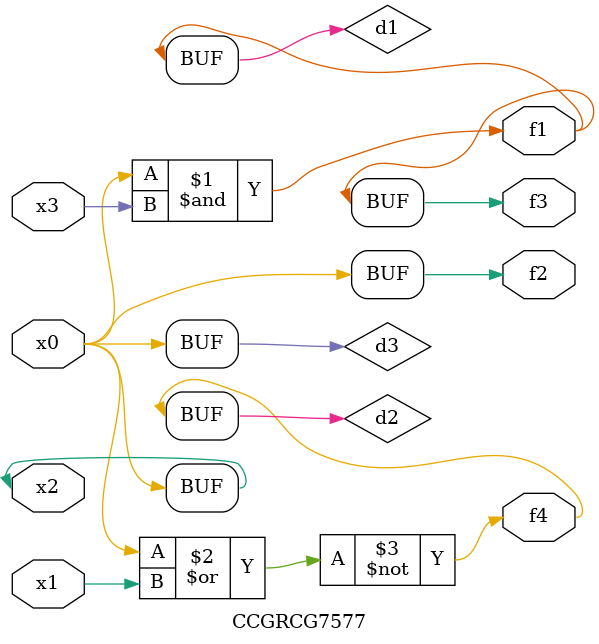
<source format=v>
module CCGRCG7577(
	input x0, x1, x2, x3,
	output f1, f2, f3, f4
);

	wire d1, d2, d3;

	and (d1, x2, x3);
	nor (d2, x0, x1);
	buf (d3, x0, x2);
	assign f1 = d1;
	assign f2 = d3;
	assign f3 = d1;
	assign f4 = d2;
endmodule

</source>
